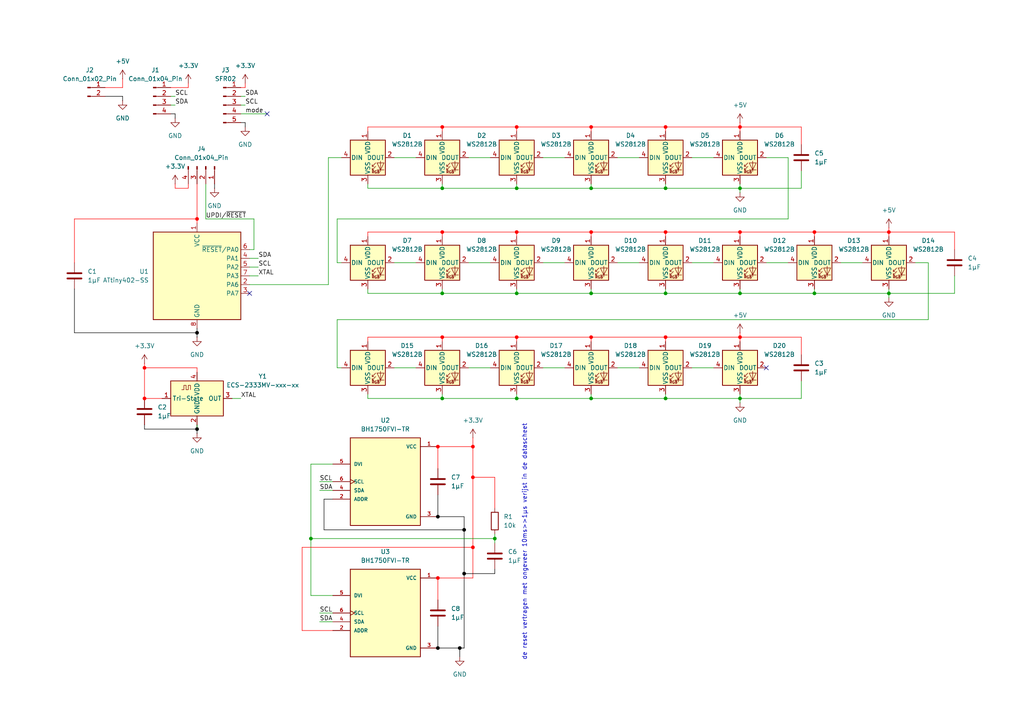
<source format=kicad_sch>
(kicad_sch (version 20250114) (generator "eeschema") (generator_version "9.0")
  (paper "A4")
  (lib_symbols
    (symbol "BH1750FVI-TR:BH1750FVI-TR" (pin_names (offset 1.016))
      (property "Reference" "U" (at -10.1737 13.462 0))
      (property "Value" "BH1750FVI-TR" (at -9.922 -15.24 0))
      (symbol "BH1750FVI-TR_0_0"
        (rectangle (start -10.16 -12.7) (end 10.16 12.7) (stroke (width 0.254)) (fill (type background)))
        (pin input line (at -15.24 5.08 0) (length 5.08) (name "DVI") (number "5"))
        (pin input clock (at -15.24 0 0) (length 5.08) (name "SCL") (number "6"))
        (pin bidirectional line (at -15.24 -2.54 0) (length 5.08) (name "SDA") (number "4"))
        (pin input line (at -15.24 -5.08 0) (length 5.08) (name "ADDR") (number "2"))
        (pin power_in line (at 15.24 10.16 180) (length 5.08) (name "VCC") (number "1"))
        (pin power_in line (at 15.24 -10.16 180) (length 5.08) (name "GND") (number "3"))
      )
    )
    (symbol "Connector:Conn_01x02_Pin" (pin_names (offset 1.016) (hide yes))
      (property "Reference" "J" (at 0 2.54 0))
      (property "Value" "Conn_01x02_Pin" (at 0 -5.08 0))
      (symbol "Conn_01x02_Pin_1_1"
        (rectangle (start 0.8636 0.127) (end 0 -0.127) (stroke (width 0.1524)) (fill (type outline)))
        (rectangle (start 0.8636 -2.413) (end 0 -2.667) (stroke (width 0.1524)) (fill (type outline)))
        (polyline (pts (xy 1.27 0) (xy 0.8636 0)) (stroke (width 0.1524)))
        (polyline (pts (xy 1.27 -2.54) (xy 0.8636 -2.54)) (stroke (width 0.1524)))
        (pin passive line (at 5.08 0 180) (length 3.81) (name "Pin_1") (number "1"))
        (pin passive line (at 5.08 -2.54 180) (length 3.81) (name "Pin_2") (number "2"))
      )
    )
    (symbol "Connector:Conn_01x04_Pin" (pin_names (offset 1.016) (hide yes))
      (property "Reference" "J" (at 0 5.08 0))
      (property "Value" "Conn_01x04_Pin" (at 0 -7.62 0))
      (symbol "Conn_01x04_Pin_1_1"
        (rectangle (start 0.8636 2.667) (end 0 2.413) (stroke (width 0.1524)) (fill (type outline)))
        (rectangle (start 0.8636 0.127) (end 0 -0.127) (stroke (width 0.1524)) (fill (type outline)))
        (rectangle (start 0.8636 -2.413) (end 0 -2.667) (stroke (width 0.1524)) (fill (type outline)))
        (rectangle (start 0.8636 -4.953) (end 0 -5.207) (stroke (width 0.1524)) (fill (type outline)))
        (polyline (pts (xy 1.27 2.54) (xy 0.8636 2.54)) (stroke (width 0.1524)))
        (polyline (pts (xy 1.27 0) (xy 0.8636 0)) (stroke (width 0.1524)))
        (polyline (pts (xy 1.27 -2.54) (xy 0.8636 -2.54)) (stroke (width 0.1524)))
        (polyline (pts (xy 1.27 -5.08) (xy 0.8636 -5.08)) (stroke (width 0.1524)))
        (pin passive line (at 5.08 2.54 180) (length 3.81) (name "Pin_1") (number "1"))
        (pin passive line (at 5.08 0 180) (length 3.81) (name "Pin_2") (number "2"))
        (pin passive line (at 5.08 -2.54 180) (length 3.81) (name "Pin_3") (number "3"))
        (pin passive line (at 5.08 -5.08 180) (length 3.81) (name "Pin_4") (number "4"))
      )
    )
    (symbol "Connector:Conn_01x05_Pin" (pin_names (offset 1.016) (hide yes))
      (property "Reference" "J" (at 0 7.62 0))
      (property "Value" "Conn_01x05_Pin" (at 0 -7.62 0))
      (symbol "Conn_01x05_Pin_1_1"
        (rectangle (start 0.8636 5.207) (end 0 4.953) (stroke (width 0.1524)) (fill (type outline)))
        (rectangle (start 0.8636 2.667) (end 0 2.413) (stroke (width 0.1524)) (fill (type outline)))
        (rectangle (start 0.8636 0.127) (end 0 -0.127) (stroke (width 0.1524)) (fill (type outline)))
        (rectangle (start 0.8636 -2.413) (end 0 -2.667) (stroke (width 0.1524)) (fill (type outline)))
        (rectangle (start 0.8636 -4.953) (end 0 -5.207) (stroke (width 0.1524)) (fill (type outline)))
        (polyline (pts (xy 1.27 5.08) (xy 0.8636 5.08)) (stroke (width 0.1524)))
        (polyline (pts (xy 1.27 2.54) (xy 0.8636 2.54)) (stroke (width 0.1524)))
        (polyline (pts (xy 1.27 0) (xy 0.8636 0)) (stroke (width 0.1524)))
        (polyline (pts (xy 1.27 -2.54) (xy 0.8636 -2.54)) (stroke (width 0.1524)))
        (polyline (pts (xy 1.27 -5.08) (xy 0.8636 -5.08)) (stroke (width 0.1524)))
        (pin passive line (at 5.08 5.08 180) (length 3.81) (name "Pin_1") (number "1"))
        (pin passive line (at 5.08 2.54 180) (length 3.81) (name "Pin_2") (number "2"))
        (pin passive line (at 5.08 0 180) (length 3.81) (name "Pin_3") (number "3"))
        (pin passive line (at 5.08 -2.54 180) (length 3.81) (name "Pin_4") (number "4"))
        (pin passive line (at 5.08 -5.08 180) (length 3.81) (name "Pin_5") (number "5"))
      )
    )
    (symbol "Device:C" (pin_numbers (hide yes)) (pin_names (offset 0.254))
      (property "Reference" "C" (at 0.635 2.54 0))
      (property "Value" "C" (at 0.635 -2.54 0))
      (symbol "C_0_1"
        (polyline (pts (xy -2.032 0.762) (xy 2.032 0.762)) (stroke (width 0.508)))
        (polyline (pts (xy -2.032 -0.762) (xy 2.032 -0.762)) (stroke (width 0.508)))
      )
      (symbol "C_1_1"
        (pin passive line (at 0 3.81 270) (length 2.794) (name "~") (number "1"))
        (pin passive line (at 0 -3.81 90) (length 2.794) (name "~") (number "2"))
      )
    )
    (symbol "Device:R" (pin_numbers (hide yes)) (pin_names (offset 0))
      (property "Reference" "R" (at 2.032 0 90))
      (property "Value" "R" (at 0 0 90))
      (symbol "R_0_1"
        (rectangle (start -1.016 -2.54) (end 1.016 2.54) (stroke (width 0.254)))
      )
      (symbol "R_1_1"
        (pin passive line (at 0 3.81 270) (length 1.27) (name "~") (number "1"))
        (pin passive line (at 0 -3.81 90) (length 1.27) (name "~") (number "2"))
      )
    )
    (symbol "LED:WS2812B" (pin_names (offset 0.254))
      (property "Reference" "D" (at 5.08 5.715 0))
      (property "Value" "WS2812B" (at 1.27 -5.715 0))
      (symbol "WS2812B_0_0"
        (text "RGB" (at 2.286 -4.191 0) (effects (font (size 0.762 0.762))))
      )
      (symbol "WS2812B_0_1"
        (polyline (pts (xy 1.27 -2.54) (xy 1.778 -2.54)))
        (polyline (pts (xy 1.27 -3.556) (xy 1.778 -3.556)))
        (polyline (pts (xy 2.286 -1.524) (xy 1.27 -2.54) (xy 1.27 -2.032)))
        (polyline (pts (xy 2.286 -2.54) (xy 1.27 -3.556) (xy 1.27 -3.048)))
        (polyline (pts (xy 3.683 -1.016) (xy 3.683 -3.556) (xy 3.683 -4.064)))
        (polyline (pts (xy 4.699 -1.524) (xy 2.667 -1.524) (xy 3.683 -3.556) (xy 4.699 -1.524)))
        (polyline (pts (xy 4.699 -3.556) (xy 2.667 -3.556)))
        (rectangle (start 5.08 5.08) (end -5.08 -5.08) (stroke (width 0.254)) (fill (type background)))
      )
      (symbol "WS2812B_1_1"
        (pin input line (at -7.62 0 0) (length 2.54) (name "DIN") (number "4"))
        (pin power_in line (at 0 7.62 270) (length 2.54) (name "VDD") (number "1"))
        (pin power_in line (at 0 -7.62 90) (length 2.54) (name "VSS") (number "3"))
        (pin output line (at 7.62 0 180) (length 2.54) (name "DOUT") (number "2"))
      )
    )
    (symbol "MCU_Microchip_ATtiny:ATtiny202-SS"
      (property "Reference" "U" (at -12.7 13.97 0))
      (property "Value" "ATtiny202-SS" (at 2.54 -13.97 0))
      (symbol "ATtiny202-SS_0_1"
        (rectangle (start -12.7 -12.7) (end 12.7 12.7) (stroke (width 0.254)) (fill (type background)))
      )
      (symbol "ATtiny202-SS_1_1"
        (pin power_in line (at 0 15.24 270) (length 2.54) (name "VCC") (number "1"))
        (pin power_in line (at 0 -15.24 90) (length 2.54) (name "GND") (number "8"))
        (pin bidirectional line (at 15.24 7.62 180) (length 2.54) (name "~{RESET}/PA0") (number "6"))
        (pin bidirectional line (at 15.24 5.08 180) (length 2.54) (name "PA1") (number "4"))
        (pin bidirectional line (at 15.24 2.54 180) (length 2.54) (name "PA2") (number "5"))
        (pin bidirectional line (at 15.24 0 180) (length 2.54) (name "PA3") (number "7"))
        (pin bidirectional line (at 15.24 -2.54 180) (length 2.54) (name "PA6") (number "2"))
        (pin bidirectional line (at 15.24 -5.08 180) (length 2.54) (name "PA7") (number "3"))
      )
    )
    (symbol "power:+3.3V" (power) (pin_numbers (hide yes)) (pin_names (offset 0) (hide yes))
      (property "Value" "+3.3V" (at 0 3.556 0))
      (symbol "+3.3V_0_1"
        (polyline (pts (xy -0.762 1.27) (xy 0 2.54)))
        (polyline (pts (xy 0 2.54) (xy 0.762 1.27)))
        (polyline (pts (xy 0 0) (xy 0 2.54)))
      )
      (symbol "+3.3V_1_1"
        (pin power_in line (at 0 0 90) (length 0) (name "~") (number "1"))
      )
    )
    (symbol "power:+5V" (power) (pin_numbers (hide yes)) (pin_names (offset 0) (hide yes))
      (property "Value" "+5V" (at 0 3.556 0))
      (symbol "+5V_0_1"
        (polyline (pts (xy -0.762 1.27) (xy 0 2.54)))
        (polyline (pts (xy 0 2.54) (xy 0.762 1.27)))
        (polyline (pts (xy 0 0) (xy 0 2.54)))
      )
      (symbol "+5V_1_1"
        (pin power_in line (at 0 0 90) (length 0) (name "~") (number "1"))
      )
    )
    (symbol "power:GND" (power) (pin_numbers (hide yes)) (pin_names (offset 0) (hide yes))
      (property "Value" "GND" (at 0 -3.81 0))
      (symbol "GND_0_1"
        (polyline (pts (xy 0 0) (xy 0 -1.27) (xy 1.27 -1.27) (xy 0 -2.54) (xy -1.27 -1.27) (xy 0 -1.27)))
      )
      (symbol "GND_1_1"
        (pin power_in line (at 0 0 270) (length 0) (name "~") (number "1"))
      )
    )
    (symbol "robot:ECS-2333MV-xxx-xx"
      (property "Reference" "Y" (at -5.08 6.35 0))
      (property "Value" "ECS-2333MV-xxx-xx" (at 1.27 -6.35 0))
      (symbol "ECS-2333MV-xxx-xx_0_1"
        (rectangle (start -7.62 5.08) (end 7.62 -5.08) (stroke (width 0.254)) (fill (type background)))
        (polyline (pts (xy -4.445 2.54) (xy -3.81 2.54) (xy -3.81 3.81) (xy -3.175 3.81) (xy -3.175 2.54) (xy -2.54 2.54) (xy -2.54 3.81) (xy -1.905 3.81) (xy -1.905 2.54)))
      )
      (symbol "ECS-2333MV-xxx-xx_1_1"
        (pin input line (at -10.16 0 0) (length 2.54) (name "Tri-State") (number "1"))
        (pin power_in line (at 0 7.62 270) (length 2.54) (name "VDD") (number "4"))
        (pin power_in line (at 0 -7.62 90) (length 2.54) (name "GND") (number "2"))
        (pin output line (at 10.16 0 180) (length 2.54) (name "OUT") (number "3"))
      )
    )
  )
  (text "de reset vertragen met ongeveer 10ms>>1µs verijst in de datascheet" (at 152.146 157.226 90) (effects (font (size 1.27 1.27))))
  (junction (at 214.63 85.09))
  (junction (at 128.27 115.57))
  (junction (at 127 129.54) (color 255 0 0 1))
  (junction (at 193.04 85.09))
  (junction (at 128.27 54.61))
  (junction (at 214.63 97.79) (color 255 0 0 1))
  (junction (at 90.17 156.21))
  (junction (at 57.15 124.46) (color 0 0 0 1))
  (junction (at 137.16 129.54) (color 255 0 0 1))
  (junction (at 57.15 96.52) (color 0 0 0 1))
  (junction (at 257.81 67.31) (color 255 0 0 1))
  (junction (at 171.45 85.09))
  (junction (at 236.22 85.09))
  (junction (at 171.45 97.79) (color 255 0 0 1))
  (junction (at 193.04 54.61))
  (junction (at 137.16 138.43) (color 255 0 0 1))
  (junction (at 149.86 97.79) (color 255 0 0 1))
  (junction (at 128.27 36.83) (color 255 0 0 1))
  (junction (at 41.91 106.68) (color 255 0 0 1))
  (junction (at 193.04 97.79) (color 255 0 0 1))
  (junction (at 127 167.64) (color 255 0 0 1))
  (junction (at 127 187.96) (color 0 0 0 1))
  (junction (at 171.45 54.61))
  (junction (at 149.86 85.09))
  (junction (at 128.27 67.31) (color 255 0 0 1))
  (junction (at 171.45 36.83) (color 255 0 0 1))
  (junction (at 57.15 63.5) (color 255 0 0 1))
  (junction (at 137.16 158.75) (color 255 0 0 1))
  (junction (at 149.86 115.57))
  (junction (at 41.91 115.57) (color 255 0 0 1))
  (junction (at 134.62 153.67) (color 0 0 0 1))
  (junction (at 149.86 54.61))
  (junction (at 133.35 187.96) (color 0 0 0 1))
  (junction (at 193.04 36.83) (color 255 0 0 1))
  (junction (at 193.04 67.31) (color 255 0 0 1))
  (junction (at 214.63 115.57))
  (junction (at 193.04 115.57))
  (junction (at 214.63 36.83) (color 255 0 0 1))
  (junction (at 127 149.86) (color 0 0 0 1))
  (junction (at 214.63 54.61))
  (junction (at 171.45 67.31) (color 255 0 0 1))
  (junction (at 236.22 67.31) (color 255 0 0 1))
  (junction (at 257.81 85.09))
  (junction (at 134.62 166.37) (color 0 0 0 1))
  (junction (at 149.86 36.83) (color 255 0 0 1))
  (junction (at 149.86 67.31) (color 255 0 0 1))
  (junction (at 214.63 67.31) (color 255 0 0 1))
  (junction (at 143.51 156.21))
  (junction (at 171.45 115.57))
  (junction (at 128.27 97.79) (color 255 0 0 1))
  (junction (at 128.27 85.09))
  (no_connect (at 222.25 106.68))
  (no_connect (at 72.39 85.09))
  (no_connect (at 77.47 33.02))
  (wire (pts (xy 127 149.86) (xy 134.62 149.86)) (stroke (width 0) (color 0 0 0 1)))
  (wire (pts (xy 41.91 124.46) (xy 57.15 124.46)) (stroke (width 0) (color 0 0 0 1)))
  (wire (pts (xy 137.16 138.43) (xy 143.51 138.43)) (stroke (width 0) (color 255 0 0 1)))
  (wire (pts (xy 171.45 114.3) (xy 171.45 115.57)))
  (wire (pts (xy 214.63 54.61) (xy 232.41 54.61)))
  (wire (pts (xy 214.63 36.83) (xy 193.04 36.83)) (stroke (width 0) (color 255 0 0 1)))
  (wire (pts (xy 143.51 138.43) (xy 143.51 147.32)) (stroke (width 0) (color 255 0 0 1)))
  (wire (pts (xy 106.68 97.79) (xy 128.27 97.79)) (stroke (width 0) (color 255 0 0 1)))
  (wire (pts (xy 114.3 76.2) (xy 120.65 76.2)))
  (wire (pts (xy 193.04 97.79) (xy 214.63 97.79)) (stroke (width 0) (color 255 0 0 1)))
  (wire (pts (xy 92.71 142.24) (xy 96.52 142.24)))
  (wire (pts (xy 106.68 36.83) (xy 106.68 38.1)) (stroke (width 0) (color 255 0 0 1)))
  (wire (pts (xy 49.53 33.02) (xy 50.8 33.02)) (stroke (width 0) (color 0 0 0 1)))
  (wire (pts (xy 59.69 53.34) (xy 59.69 63.5)))
  (wire (pts (xy 157.48 76.2) (xy 163.83 76.2)))
  (wire (pts (xy 128.27 36.83) (xy 128.27 38.1)) (stroke (width 0) (color 255 0 0 1)))
  (wire (pts (xy 149.86 36.83) (xy 149.86 38.1)) (stroke (width 0) (color 255 0 0 1)))
  (wire (pts (xy 137.16 138.43) (xy 137.16 129.54)) (stroke (width 0) (color 255 0 0 1)))
  (wire (pts (xy 135.89 76.2) (xy 142.24 76.2)))
  (wire (pts (xy 106.68 54.61) (xy 128.27 54.61)))
  (wire (pts (xy 72.39 80.01) (xy 74.93 80.01)))
  (wire (pts (xy 276.86 72.39) (xy 276.86 67.31)) (stroke (width 0) (color 255 0 0 1)))
  (wire (pts (xy 72.39 74.93) (xy 74.93 74.93)))
  (wire (pts (xy 214.63 114.3) (xy 214.63 115.57)))
  (wire (pts (xy 41.91 105.41) (xy 41.91 106.68)) (stroke (width 0) (color 255 0 0 1)))
  (wire (pts (xy 92.71 139.7) (xy 96.52 139.7)))
  (wire (pts (xy 193.04 114.3) (xy 193.04 115.57)))
  (wire (pts (xy 214.63 36.83) (xy 232.41 36.83)) (stroke (width 0) (color 255 0 0 1)))
  (wire (pts (xy 149.86 54.61) (xy 171.45 54.61)))
  (wire (pts (xy 232.41 110.49) (xy 232.41 115.57)))
  (wire (pts (xy 57.15 63.5) (xy 57.15 64.77)) (stroke (width 0) (color 255 0 0 1)))
  (wire (pts (xy 128.27 97.79) (xy 149.86 97.79)) (stroke (width 0) (color 255 0 0 1)))
  (wire (pts (xy 171.45 85.09) (xy 193.04 85.09)))
  (wire (pts (xy 57.15 124.46) (xy 57.15 123.19)) (stroke (width 0) (color 0 0 0 1)))
  (wire (pts (xy 69.85 33.02) (xy 77.47 33.02)))
  (wire (pts (xy 134.62 187.96) (xy 133.35 187.96)) (stroke (width 0) (color 0 0 0 1)))
  (wire (pts (xy 171.45 53.34) (xy 171.45 54.61)))
  (wire (pts (xy 179.07 76.2) (xy 185.42 76.2)))
  (wire (pts (xy 96.52 172.72) (xy 90.17 172.72)))
  (wire (pts (xy 214.63 85.09) (xy 236.22 85.09)))
  (wire (pts (xy 171.45 83.82) (xy 171.45 85.09)))
  (wire (pts (xy 137.16 158.75) (xy 137.16 138.43)) (stroke (width 0) (color 255 0 0 1)))
  (wire (pts (xy 232.41 102.87) (xy 232.41 97.79)) (stroke (width 0) (color 255 0 0 1)))
  (wire (pts (xy 90.17 172.72) (xy 90.17 156.21)))
  (wire (pts (xy 269.24 76.2) (xy 265.43 76.2)))
  (wire (pts (xy 228.6 45.72) (xy 222.25 45.72)))
  (wire (pts (xy 236.22 67.31) (xy 257.81 67.31)) (stroke (width 0) (color 255 0 0 1)))
  (wire (pts (xy 69.85 35.56) (xy 71.12 35.56)) (stroke (width 0) (color 0 0 0 1)))
  (wire (pts (xy 214.63 97.79) (xy 214.63 99.06)) (stroke (width 0) (color 255 0 0 1)))
  (wire (pts (xy 57.15 95.25) (xy 57.15 96.52)) (stroke (width 0) (color 0 0 0 1)))
  (wire (pts (xy 269.24 92.71) (xy 269.24 76.2)))
  (wire (pts (xy 128.27 36.83) (xy 106.68 36.83)) (stroke (width 0) (color 255 0 0 1)))
  (wire (pts (xy 114.3 106.68) (xy 120.65 106.68)))
  (wire (pts (xy 157.48 106.68) (xy 163.83 106.68)))
  (wire (pts (xy 90.17 134.62) (xy 90.17 156.21)))
  (wire (pts (xy 214.63 53.34) (xy 214.63 54.61)))
  (wire (pts (xy 171.45 67.31) (xy 193.04 67.31)) (stroke (width 0) (color 255 0 0 1)))
  (wire (pts (xy 179.07 45.72) (xy 185.42 45.72)))
  (wire (pts (xy 214.63 38.1) (xy 214.63 36.83)) (stroke (width 0) (color 255 0 0 1)))
  (wire (pts (xy 134.62 166.37) (xy 134.62 187.96)) (stroke (width 0) (color 0 0 0 1)))
  (wire (pts (xy 149.86 67.31) (xy 171.45 67.31)) (stroke (width 0) (color 255 0 0 1)))
  (wire (pts (xy 73.66 63.5) (xy 59.69 63.5)))
  (wire (pts (xy 41.91 115.57) (xy 46.99 115.57)) (stroke (width 0) (color 255 0 0 1)))
  (wire (pts (xy 200.66 106.68) (xy 207.01 106.68)))
  (wire (pts (xy 143.51 154.94) (xy 143.51 156.21)))
  (wire (pts (xy 171.45 36.83) (xy 149.86 36.83)) (stroke (width 0) (color 255 0 0 1)))
  (wire (pts (xy 93.98 144.78) (xy 93.98 153.67)) (stroke (width 0) (color 0 0 0 1)))
  (wire (pts (xy 41.91 124.46) (xy 41.91 123.19)) (stroke (width 0) (color 0 0 0 1)))
  (wire (pts (xy 214.63 83.82) (xy 214.63 85.09)))
  (wire (pts (xy 50.8 33.02) (xy 50.8 34.29)) (stroke (width 0) (color 0 0 0 1)))
  (wire (pts (xy 87.63 158.75) (xy 137.16 158.75)) (stroke (width 0) (color 255 0 0 1)))
  (wire (pts (xy 143.51 157.48) (xy 143.51 156.21)))
  (wire (pts (xy 157.48 45.72) (xy 163.83 45.72)))
  (wire (pts (xy 171.45 54.61) (xy 193.04 54.61)))
  (wire (pts (xy 128.27 97.79) (xy 128.27 99.06)) (stroke (width 0) (color 255 0 0 1)))
  (wire (pts (xy 179.07 106.68) (xy 185.42 106.68)))
  (wire (pts (xy 193.04 97.79) (xy 193.04 99.06)) (stroke (width 0) (color 255 0 0 1)))
  (wire (pts (xy 97.79 92.71) (xy 269.24 92.71)))
  (wire (pts (xy 232.41 115.57) (xy 214.63 115.57)))
  (wire (pts (xy 93.98 153.67) (xy 134.62 153.67)) (stroke (width 0) (color 0 0 0 1)))
  (wire (pts (xy 106.68 115.57) (xy 106.68 114.3)))
  (wire (pts (xy 257.81 85.09) (xy 257.81 86.36)))
  (wire (pts (xy 149.86 97.79) (xy 149.86 99.06)) (stroke (width 0) (color 255 0 0 1)))
  (wire (pts (xy 57.15 124.46) (xy 57.15 125.73)) (stroke (width 0) (color 0 0 0 1)))
  (wire (pts (xy 57.15 106.68) (xy 57.15 107.95)) (stroke (width 0) (color 255 0 0 1)))
  (wire (pts (xy 87.63 182.88) (xy 87.63 158.75)) (stroke (width 0) (color 255 0 0 1)))
  (wire (pts (xy 127 167.64) (xy 127 173.99)) (stroke (width 0) (color 255 0 0 1)))
  (wire (pts (xy 214.63 97.79) (xy 214.63 96.52)) (stroke (width 0) (color 255 0 0 1)))
  (wire (pts (xy 54.61 25.4) (xy 54.61 24.13)) (stroke (width 0) (color 255 0 0 1)))
  (wire (pts (xy 114.3 45.72) (xy 120.65 45.72)))
  (wire (pts (xy 69.85 30.48) (xy 71.12 30.48)))
  (wire (pts (xy 69.85 25.4) (xy 71.12 25.4)) (stroke (width 0) (color 255 0 0 1)))
  (wire (pts (xy 134.62 149.86) (xy 134.62 153.67)) (stroke (width 0) (color 0 0 0 1)))
  (wire (pts (xy 106.68 67.31) (xy 128.27 67.31)) (stroke (width 0) (color 255 0 0 1)))
  (wire (pts (xy 193.04 36.83) (xy 171.45 36.83)) (stroke (width 0) (color 255 0 0 1)))
  (wire (pts (xy 149.86 53.34) (xy 149.86 54.61)))
  (wire (pts (xy 128.27 54.61) (xy 149.86 54.61)))
  (wire (pts (xy 214.63 67.31) (xy 236.22 67.31)) (stroke (width 0) (color 255 0 0 1)))
  (wire (pts (xy 171.45 115.57) (xy 149.86 115.57)))
  (wire (pts (xy 149.86 85.09) (xy 171.45 85.09)))
  (wire (pts (xy 21.59 83.82) (xy 21.59 96.52)) (stroke (width 0) (color 0 0 0 1)))
  (wire (pts (xy 222.25 76.2) (xy 228.6 76.2)))
  (wire (pts (xy 106.68 85.09) (xy 128.27 85.09)))
  (wire (pts (xy 236.22 83.82) (xy 236.22 85.09)))
  (wire (pts (xy 96.52 144.78) (xy 93.98 144.78)) (stroke (width 0) (color 0 0 0 1)))
  (wire (pts (xy 257.81 67.31) (xy 276.86 67.31)) (stroke (width 0) (color 255 0 0 1)))
  (wire (pts (xy 72.39 82.55) (xy 95.25 82.55)))
  (wire (pts (xy 50.8 54.61) (xy 54.61 54.61)) (stroke (width 0) (color 255 0 0 1)))
  (wire (pts (xy 35.56 25.4) (xy 35.56 22.86)) (stroke (width 0) (color 255 0 0 1)))
  (wire (pts (xy 236.22 67.31) (xy 236.22 68.58)) (stroke (width 0) (color 255 0 0 1)))
  (wire (pts (xy 21.59 96.52) (xy 57.15 96.52)) (stroke (width 0) (color 0 0 0 1)))
  (wire (pts (xy 133.35 187.96) (xy 133.35 190.5)) (stroke (width 0) (color 0 0 0 1)))
  (wire (pts (xy 106.68 53.34) (xy 106.68 54.61)))
  (wire (pts (xy 128.27 67.31) (xy 128.27 68.58)) (stroke (width 0) (color 255 0 0 1)))
  (wire (pts (xy 97.79 76.2) (xy 97.79 63.5)))
  (wire (pts (xy 193.04 83.82) (xy 193.04 85.09)))
  (wire (pts (xy 92.71 180.34) (xy 96.52 180.34)))
  (wire (pts (xy 30.48 27.94) (xy 35.56 27.94)) (stroke (width 0) (color 0 0 0 1)))
  (wire (pts (xy 193.04 53.34) (xy 193.04 54.61)))
  (wire (pts (xy 257.81 66.04) (xy 257.81 67.31)) (stroke (width 0) (color 255 0 0 1)))
  (wire (pts (xy 193.04 67.31) (xy 193.04 68.58)) (stroke (width 0) (color 255 0 0 1)))
  (wire (pts (xy 49.53 27.94) (xy 50.8 27.94)))
  (wire (pts (xy 49.53 30.48) (xy 50.8 30.48)))
  (wire (pts (xy 50.8 53.34) (xy 50.8 54.61)) (stroke (width 0) (color 255 0 0 1)))
  (wire (pts (xy 135.89 45.72) (xy 142.24 45.72)))
  (wire (pts (xy 200.66 45.72) (xy 207.01 45.72)))
  (wire (pts (xy 127 167.64) (xy 137.16 167.64)) (stroke (width 0) (color 255 0 0 1)))
  (wire (pts (xy 49.53 25.4) (xy 54.61 25.4)) (stroke (width 0) (color 255 0 0 1)))
  (wire (pts (xy 243.84 76.2) (xy 250.19 76.2)))
  (wire (pts (xy 232.41 41.91) (xy 232.41 36.83)) (stroke (width 0) (color 255 0 0 1)))
  (wire (pts (xy 149.86 97.79) (xy 171.45 97.79)) (stroke (width 0) (color 255 0 0 1)))
  (wire (pts (xy 96.52 134.62) (xy 90.17 134.62)))
  (wire (pts (xy 106.68 83.82) (xy 106.68 85.09)))
  (wire (pts (xy 128.27 85.09) (xy 149.86 85.09)))
  (wire (pts (xy 62.23 53.34) (xy 62.23 54.61)) (stroke (width 0) (color 0 0 0 1)))
  (wire (pts (xy 90.17 156.21) (xy 143.51 156.21)))
  (wire (pts (xy 257.81 67.31) (xy 257.81 68.58)) (stroke (width 0) (color 255 0 0 1)))
  (wire (pts (xy 57.15 53.34) (xy 57.15 63.5)) (stroke (width 0) (color 255 0 0 1)))
  (wire (pts (xy 276.86 85.09) (xy 276.86 80.01)))
  (wire (pts (xy 127 135.89) (xy 127 129.54)) (stroke (width 0) (color 255 0 0 1)))
  (wire (pts (xy 30.48 25.4) (xy 35.56 25.4)) (stroke (width 0) (color 255 0 0 1)))
  (wire (pts (xy 193.04 67.31) (xy 214.63 67.31)) (stroke (width 0) (color 255 0 0 1)))
  (wire (pts (xy 236.22 85.09) (xy 257.81 85.09)))
  (wire (pts (xy 72.39 77.47) (xy 74.93 77.47)))
  (wire (pts (xy 193.04 115.57) (xy 171.45 115.57)))
  (wire (pts (xy 127 143.51) (xy 127 149.86)) (stroke (width 0) (color 0 0 0 1)))
  (wire (pts (xy 106.68 99.06) (xy 106.68 97.79)) (stroke (width 0) (color 255 0 0 1)))
  (wire (pts (xy 149.86 83.82) (xy 149.86 85.09)))
  (wire (pts (xy 99.06 76.2) (xy 97.79 76.2)))
  (wire (pts (xy 128.27 83.82) (xy 128.27 85.09)))
  (wire (pts (xy 95.25 45.72) (xy 99.06 45.72)))
  (wire (pts (xy 97.79 63.5) (xy 228.6 63.5)))
  (wire (pts (xy 257.81 85.09) (xy 276.86 85.09)))
  (wire (pts (xy 71.12 35.56) (xy 71.12 36.83)) (stroke (width 0) (color 0 0 0 1)))
  (wire (pts (xy 57.15 96.52) (xy 57.15 97.79)) (stroke (width 0) (color 0 0 0 1)))
  (wire (pts (xy 97.79 92.71) (xy 97.79 106.68)))
  (wire (pts (xy 73.66 63.5) (xy 73.66 72.39)))
  (wire (pts (xy 171.45 67.31) (xy 171.45 68.58)) (stroke (width 0) (color 255 0 0 1)))
  (wire (pts (xy 137.16 129.54) (xy 137.16 127)) (stroke (width 0) (color 255 0 0 1)))
  (wire (pts (xy 193.04 85.09) (xy 214.63 85.09)))
  (wire (pts (xy 200.66 76.2) (xy 207.01 76.2)))
  (wire (pts (xy 214.63 35.56) (xy 214.63 36.83)) (stroke (width 0) (color 255 0 0 1)))
  (wire (pts (xy 193.04 54.61) (xy 214.63 54.61)))
  (wire (pts (xy 149.86 67.31) (xy 149.86 68.58)) (stroke (width 0) (color 255 0 0 1)))
  (wire (pts (xy 232.41 97.79) (xy 214.63 97.79)) (stroke (width 0) (color 255 0 0 1)))
  (wire (pts (xy 67.31 115.57) (xy 69.85 115.57)))
  (wire (pts (xy 128.27 67.31) (xy 149.86 67.31)) (stroke (width 0) (color 255 0 0 1)))
  (wire (pts (xy 127 181.61) (xy 127 187.96)) (stroke (width 0) (color 0 0 0 1)))
  (wire (pts (xy 214.63 67.31) (xy 214.63 68.58)) (stroke (width 0) (color 255 0 0 1)))
  (wire (pts (xy 106.68 68.58) (xy 106.68 67.31)) (stroke (width 0) (color 255 0 0 1)))
  (wire (pts (xy 21.59 63.5) (xy 57.15 63.5)) (stroke (width 0) (color 255 0 0 1)))
  (wire (pts (xy 149.86 36.83) (xy 128.27 36.83)) (stroke (width 0) (color 255 0 0 1)))
  (wire (pts (xy 127 187.96) (xy 133.35 187.96)) (stroke (width 0) (color 0 0 0 1)))
  (wire (pts (xy 128.27 114.3) (xy 128.27 115.57)))
  (wire (pts (xy 73.66 72.39) (xy 72.39 72.39)))
  (wire (pts (xy 214.63 54.61) (xy 214.63 55.88)))
  (wire (pts (xy 137.16 129.54) (xy 127 129.54)) (stroke (width 0) (color 255 0 0 1)))
  (wire (pts (xy 69.85 27.94) (xy 71.12 27.94)))
  (wire (pts (xy 21.59 63.5) (xy 21.59 76.2)) (stroke (width 0) (color 255 0 0 1)))
  (wire (pts (xy 214.63 115.57) (xy 214.63 116.84)))
  (wire (pts (xy 95.25 82.55) (xy 95.25 45.72)))
  (wire (pts (xy 134.62 153.67) (xy 134.62 166.37)) (stroke (width 0) (color 0 0 0 1)))
  (wire (pts (xy 57.15 106.68) (xy 41.91 106.68)) (stroke (width 0) (color 255 0 0 1)))
  (wire (pts (xy 232.41 54.61) (xy 232.41 49.53)))
  (wire (pts (xy 171.45 36.83) (xy 171.45 38.1)) (stroke (width 0) (color 255 0 0 1)))
  (wire (pts (xy 41.91 106.68) (xy 41.91 115.57)) (stroke (width 0) (color 255 0 0 1)))
  (wire (pts (xy 92.71 177.8) (xy 96.52 177.8)))
  (wire (pts (xy 214.63 115.57) (xy 193.04 115.57)))
  (wire (pts (xy 97.79 106.68) (xy 99.06 106.68)))
  (wire (pts (xy 134.62 166.37) (xy 143.51 166.37)) (stroke (width 0) (color 0 0 0 1)))
  (wire (pts (xy 149.86 114.3) (xy 149.86 115.57)))
  (wire (pts (xy 171.45 97.79) (xy 193.04 97.79)) (stroke (width 0) (color 255 0 0 1)))
  (wire (pts (xy 57.15 124.46) (xy 57.15 123.19)))
  (wire (pts (xy 71.12 25.4) (xy 71.12 24.13)) (stroke (width 0) (color 255 0 0 1)))
  (wire (pts (xy 135.89 106.68) (xy 142.24 106.68)))
  (wire (pts (xy 149.86 115.57) (xy 128.27 115.57)))
  (wire (pts (xy 257.81 83.82) (xy 257.81 85.09)))
  (wire (pts (xy 128.27 53.34) (xy 128.27 54.61)))
  (wire (pts (xy 171.45 97.79) (xy 171.45 99.06)) (stroke (width 0) (color 255 0 0 1)))
  (wire (pts (xy 137.16 167.64) (xy 137.16 158.75)) (stroke (width 0) (color 255 0 0 1)))
  (wire (pts (xy 193.04 36.83) (xy 193.04 38.1)) (stroke (width 0) (color 255 0 0 1)))
  (wire (pts (xy 128.27 115.57) (xy 106.68 115.57)))
  (wire (pts (xy 228.6 45.72) (xy 228.6 63.5)))
  (wire (pts (xy 54.61 54.61) (xy 54.61 53.34)) (stroke (width 0) (color 255 0 0 1)))
  (wire (pts (xy 96.52 182.88) (xy 87.63 182.88)) (stroke (width 0) (color 255 0 0 1)))
  (wire (pts (xy 35.56 27.94) (xy 35.56 29.21)) (stroke (width 0) (color 0 0 0 1)))
  (wire (pts (xy 143.51 166.37) (xy 143.51 165.1)) (stroke (width 0) (color 0 0 0 1)))
  (label "UPDI{slash}~{RESET}" (at 59.69 63.5 0))
  (label "SDA" (at 71.12 27.94 0))
  (label "SCL" (at 92.71 139.7 0))
  (label "SCL" (at 71.12 30.48 0))
  (label "SDA" (at 92.71 180.34 0))
  (label "SDA" (at 92.71 142.24 0))
  (label "mode" (at 71.12 33.02 0))
  (label "SDA" (at 74.93 74.93 0))
  (label "XTAL" (at 74.93 80.01 0))
  (label "SCL" (at 92.71 177.8 0))
  (label "SCL" (at 50.8 27.94 0))
  (label "XTAL" (at 69.85 115.57 0))
  (label "SCL" (at 74.93 77.47 0))
  (label "SDA" (at 50.8 30.48 0))
  (symbol (lib_id "Connector:Conn_01x02_Pin") (at 25.4 25.4 0) (unit 1)
    (property "Reference" "J2" (at 26.035 20.32 0))
    (property "Value" "Conn_01x02_Pin" (at 26.035 22.86 0))
    (property "Description" "Generic connector, single row, 01x02, script generated" (effects (hide yes)))
  )
  (symbol (lib_id "power:GND") (at 71.12 36.83 0) (unit 1)
    (property "Reference" "#PWR015" (effects (hide yes)))
    (property "Value" "GND" (at 71.12 41.91 0))
    (property "Description" "Power symbol creates a global label with name \"GND\" , ground" (effects (hide yes)))
  )
  (symbol (lib_id "Device:C") (at 276.86 76.2 0) (unit 1)
    (property "Reference" "C4" (at 280.67 74.9299 0) (effects (justify left)))
    (property "Value" "1µF" (at 280.67 77.4699 0) (effects (justify left)))
    (property "Description" "Unpolarized capacitor" (effects (hide yes)))
  )
  (symbol (lib_id "power:GND") (at 133.35 190.5 0) (unit 1)
    (property "Reference" "#PWR019" (effects (hide yes)))
    (property "Value" "GND" (at 133.35 195.58 0))
    (property "Description" "Power symbol creates a global label with name \"GND\" , ground" (effects (hide yes)))
  )
  (symbol (lib_id "LED:WS2812B") (at 149.86 76.2 0) (unit 1)
    (property "Reference" "D9" (at 161.29 69.7798 0))
    (property "Value" "WS2812B" (at 161.29 72.3198 0))
    (property "Footprint" "LED_SMD:LED_WS2812B_PLCC4_5.0x5.0mm_P3.2mm" (effects (hide yes)))
    (property "Datasheet" "https://cdn-shop.adafruit.com/datasheets/WS2812B.pdf" (effects (hide yes)))
    (property "Description" "RGB LED with integrated controller" (effects (hide yes)))
  )
  (symbol (lib_id "power:GND") (at 50.8 34.29 0) (unit 1)
    (property "Reference" "#PWR01" (effects (hide yes)))
    (property "Value" "GND" (at 50.8 39.37 0))
    (property "Description" "Power symbol creates a global label with name \"GND\" , ground" (effects (hide yes)))
  )
  (symbol (lib_id "power:+5V") (at 214.63 35.56 0) (unit 1)
    (property "Reference" "#PWR03" (effects (hide yes)))
    (property "Value" "+5V" (at 214.63 30.48 0))
    (property "Description" "Power symbol creates a global label with name \"+5V\"" (effects (hide yes)))
  )
  (symbol (lib_id "LED:WS2812B") (at 106.68 106.68 0) (unit 1)
    (property "Reference" "D15" (at 118.11 100.2598 0))
    (property "Value" "WS2812B" (at 118.11 102.7998 0))
    (property "Footprint" "LED_SMD:LED_WS2812B_PLCC4_5.0x5.0mm_P3.2mm" (effects (hide yes)))
    (property "Datasheet" "https://cdn-shop.adafruit.com/datasheets/WS2812B.pdf" (effects (hide yes)))
    (property "Description" "RGB LED with integrated controller" (effects (hide yes)))
  )
  (symbol (lib_id "robot:ECS-2333MV-xxx-xx") (at 57.15 115.57 0) (unit 1)
    (property "Reference" "Y1" (at 76.2 109.1498 0))
    (property "Value" "ECS-2333MV-xxx-xx" (at 76.2 111.6898 0))
    (property "Footprint" "Oscillator:Oscillator_SMD_ECS_2333MV-xxx-xx-4Pin_2.5x3.2mm" (effects (hide yes)))
    (property "Datasheet" "https://www.mouser.be/datasheet/2/122/ecs_2325_2333-8384.pdf" (effects (hide yes)))
    (property "Description" "CMOS Crystal Clock Oscillator, 2.5x3.2 mm SMD" (effects (hide yes)))
  )
  (symbol (lib_id "LED:WS2812B") (at 171.45 106.68 0) (unit 1)
    (property "Reference" "D18" (at 182.88 100.2598 0))
    (property "Value" "WS2812B" (at 182.88 102.7998 0))
    (property "Footprint" "LED_SMD:LED_WS2812B_PLCC4_5.0x5.0mm_P3.2mm" (effects (hide yes)))
    (property "Datasheet" "https://cdn-shop.adafruit.com/datasheets/WS2812B.pdf" (effects (hide yes)))
    (property "Description" "RGB LED with integrated controller" (effects (hide yes)))
  )
  (symbol (lib_id "Device:C") (at 21.59 80.01 0) (unit 1)
    (property "Reference" "C1" (at 25.4 78.7399 0) (effects (justify left)))
    (property "Value" "1µF" (at 25.4 81.2799 0) (effects (justify left)))
    (property "Description" "Unpolarized capacitor" (effects (hide yes)))
  )
  (symbol (lib_id "Connector:Conn_01x04_Pin") (at 44.45 27.94 0) (unit 1)
    (property "Reference" "J1" (at 45.085 20.32 0))
    (property "Value" "Conn_01x04_Pin" (at 45.085 22.86 0))
    (property "Description" "Generic connector, single row, 01x04, script generated" (effects (hide yes)))
  )
  (symbol (lib_id "power:+5V") (at 35.56 22.86 0) (unit 1)
    (property "Reference" "#PWR06" (effects (hide yes)))
    (property "Value" "+5V" (at 35.56 17.78 0))
    (property "Description" "Power symbol creates a global label with name \"+5V\"" (effects (hide yes)))
  )
  (symbol (lib_id "power:GND") (at 35.56 29.21 0) (unit 1)
    (property "Reference" "#PWR09" (effects (hide yes)))
    (property "Value" "GND" (at 35.56 34.29 0))
    (property "Description" "Power symbol creates a global label with name \"GND\" , ground" (effects (hide yes)))
  )
  (symbol (lib_id "LED:WS2812B") (at 128.27 106.68 0) (unit 1)
    (property "Reference" "D16" (at 139.7 100.2598 0))
    (property "Value" "WS2812B" (at 139.7 102.7998 0))
    (property "Footprint" "LED_SMD:LED_WS2812B_PLCC4_5.0x5.0mm_P3.2mm" (effects (hide yes)))
    (property "Datasheet" "https://cdn-shop.adafruit.com/datasheets/WS2812B.pdf" (effects (hide yes)))
    (property "Description" "RGB LED with integrated controller" (effects (hide yes)))
  )
  (symbol (lib_id "LED:WS2812B") (at 171.45 76.2 0) (unit 1)
    (property "Reference" "D10" (at 182.88 69.7798 0))
    (property "Value" "WS2812B" (at 182.88 72.3198 0))
    (property "Footprint" "LED_SMD:LED_WS2812B_PLCC4_5.0x5.0mm_P3.2mm" (effects (hide yes)))
    (property "Datasheet" "https://cdn-shop.adafruit.com/datasheets/WS2812B.pdf" (effects (hide yes)))
    (property "Description" "RGB LED with integrated controller" (effects (hide yes)))
  )
  (symbol (lib_id "BH1750FVI-TR:BH1750FVI-TR") (at 111.76 139.7 0) (unit 1)
    (property "Reference" "U2" (at 111.76 121.92 0))
    (property "Value" "BH1750FVI-TR" (at 111.76 124.46 0))
    (property "Footprint" "BH1750FVI-TR:XDCR_BH1750FVI-TR" (effects (hide yes)))
    (property "MF" "Rohm" (effects (hide yes)))
    (property "MAXIMUM_PACKAGE_HEIGHT" "0.75mm" (effects (hide yes)))
    (property "Package" "SMD-6 ROHM Semiconductor" (effects (hide yes)))
    (property "Price" "None" (effects (hide yes)))
    (property "Check_prices" "https://www.snapeda.com/parts/BH1750FVI-TR/Rohm/view-part/?ref=eda" (effects (hide yes)))
    (property "STANDARD" "Manufacturer recommendations" (effects (hide yes)))
    (property "PARTREV" "D" (effects (hide yes)))
    (property "SnapEDA_Link" "https://www.snapeda.com/parts/BH1750FVI-TR/Rohm/view-part/?ref=snap" (effects (hide yes)))
    (property "MP" "BH1750FVI-TR" (effects (hide yes)))
    (property "Description_1" "Optical Sensor Ambient 560nm I2C 6-SMD, Flat Lead Exposed Pad" (effects (hide yes)))
    (property "Availability" "In Stock" (effects (hide yes)))
    (property "MANUFACTURER" "Rohm" (effects (hide yes)))
  )
  (symbol (lib_id "LED:WS2812B") (at 171.45 45.72 0) (unit 1)
    (property "Reference" "D4" (at 182.88 39.2998 0))
    (property "Value" "WS2812B" (at 182.88 41.8398 0))
    (property "Footprint" "LED_SMD:LED_WS2812B_PLCC4_5.0x5.0mm_P3.2mm" (effects (hide yes)))
    (property "Datasheet" "https://cdn-shop.adafruit.com/datasheets/WS2812B.pdf" (effects (hide yes)))
    (property "Description" "RGB LED with integrated controller" (effects (hide yes)))
  )
  (symbol (lib_id "BH1750FVI-TR:BH1750FVI-TR") (at 111.76 177.8 0) (unit 1)
    (property "Reference" "U3" (at 111.76 160.02 0))
    (property "Value" "BH1750FVI-TR" (at 111.76 162.56 0))
    (property "Footprint" "BH1750FVI-TR:XDCR_BH1750FVI-TR" (effects (hide yes)))
    (property "MF" "Rohm" (effects (hide yes)))
    (property "MAXIMUM_PACKAGE_HEIGHT" "0.75mm" (effects (hide yes)))
    (property "Package" "SMD-6 ROHM Semiconductor" (effects (hide yes)))
    (property "Price" "None" (effects (hide yes)))
    (property "Check_prices" "https://www.snapeda.com/parts/BH1750FVI-TR/Rohm/view-part/?ref=eda" (effects (hide yes)))
    (property "STANDARD" "Manufacturer recommendations" (effects (hide yes)))
    (property "PARTREV" "D" (effects (hide yes)))
    (property "SnapEDA_Link" "https://www.snapeda.com/parts/BH1750FVI-TR/Rohm/view-part/?ref=snap" (effects (hide yes)))
    (property "MP" "BH1750FVI-TR" (effects (hide yes)))
    (property "Description_1" "Optical Sensor Ambient 560nm I2C 6-SMD, Flat Lead Exposed Pad" (effects (hide yes)))
    (property "Availability" "In Stock" (effects (hide yes)))
    (property "MANUFACTURER" "Rohm" (effects (hide yes)))
  )
  (symbol (lib_id "LED:WS2812B") (at 128.27 76.2 0) (unit 1)
    (property "Reference" "D8" (at 139.7 69.7798 0))
    (property "Value" "WS2812B" (at 139.7 72.3198 0))
    (property "Footprint" "LED_SMD:LED_WS2812B_PLCC4_5.0x5.0mm_P3.2mm" (effects (hide yes)))
    (property "Datasheet" "https://cdn-shop.adafruit.com/datasheets/WS2812B.pdf" (effects (hide yes)))
    (property "Description" "RGB LED with integrated controller" (effects (hide yes)))
  )
  (symbol (lib_id "power:+3.3V") (at 137.16 127 0) (unit 1)
    (property "Reference" "#PWR018" (effects (hide yes)))
    (property "Value" "+3.3V" (at 137.16 121.92 0))
    (property "Description" "Power symbol creates a global label with name \"+3.3V\"" (effects (hide yes)))
  )
  (symbol (lib_id "Connector:Conn_01x04_Pin") (at 59.69 48.26 270) (unit 1)
    (property "Reference" "J4" (at 58.42 43.18 90))
    (property "Value" "Conn_01x04_Pin" (at 58.42 45.72 90))
    (property "Description" "Generic connector, single row, 01x04, script generated" (effects (hide yes)))
  )
  (symbol (lib_id "power:GND") (at 214.63 116.84 0) (unit 1)
    (property "Reference" "#PWR010" (effects (hide yes)))
    (property "Value" "GND" (at 214.63 121.92 0))
    (property "Description" "Power symbol creates a global label with name \"GND\" , ground" (effects (hide yes)))
  )
  (symbol (lib_id "LED:WS2812B") (at 193.04 76.2 0) (unit 1)
    (property "Reference" "D11" (at 204.47 69.7798 0))
    (property "Value" "WS2812B" (at 204.47 72.3198 0))
    (property "Footprint" "LED_SMD:LED_WS2812B_PLCC4_5.0x5.0mm_P3.2mm" (effects (hide yes)))
    (property "Datasheet" "https://cdn-shop.adafruit.com/datasheets/WS2812B.pdf" (effects (hide yes)))
    (property "Description" "RGB LED with integrated controller" (effects (hide yes)))
  )
  (symbol (lib_id "LED:WS2812B") (at 214.63 106.68 0) (unit 1)
    (property "Reference" "D20" (at 226.06 100.2598 0))
    (property "Value" "WS2812B" (at 226.06 102.7998 0))
    (property "Footprint" "LED_SMD:LED_WS2812B_PLCC4_5.0x5.0mm_P3.2mm" (effects (hide yes)))
    (property "Datasheet" "https://cdn-shop.adafruit.com/datasheets/WS2812B.pdf" (effects (hide yes)))
    (property "Description" "RGB LED with integrated controller" (effects (hide yes)))
  )
  (symbol (lib_id "LED:WS2812B") (at 214.63 45.72 0) (unit 1)
    (property "Reference" "D6" (at 226.06 39.2998 0))
    (property "Value" "WS2812B" (at 226.06 41.8398 0))
    (property "Footprint" "LED_SMD:LED_WS2812B_PLCC4_5.0x5.0mm_P3.2mm" (effects (hide yes)))
    (property "Datasheet" "https://cdn-shop.adafruit.com/datasheets/WS2812B.pdf" (effects (hide yes)))
    (property "Description" "RGB LED with integrated controller" (effects (hide yes)))
  )
  (symbol (lib_id "power:GND") (at 214.63 55.88 0) (unit 1)
    (property "Reference" "#PWR014" (effects (hide yes)))
    (property "Value" "GND" (at 214.63 60.96 0))
    (property "Description" "Power symbol creates a global label with name \"GND\" , ground" (effects (hide yes)))
  )
  (symbol (lib_id "Device:C") (at 127 177.8 0) (unit 1)
    (property "Reference" "C8" (at 130.81 176.5299 0) (effects (justify left)))
    (property "Value" "1µF" (at 130.81 179.0699 0) (effects (justify left)))
    (property "Description" "Unpolarized capacitor" (effects (hide yes)))
  )
  (symbol (lib_id "Device:C") (at 232.41 106.68 0) (unit 1)
    (property "Reference" "C3" (at 236.22 105.4099 0) (effects (justify left)))
    (property "Value" "1µF" (at 236.22 107.95 0) (effects (justify left)))
    (property "Description" "Unpolarized capacitor" (effects (hide yes)))
  )
  (symbol (lib_id "Device:C") (at 41.91 119.38 0) (unit 1)
    (property "Reference" "C2" (at 45.72 118.1099 0) (effects (justify left)))
    (property "Value" "1µF" (at 45.72 120.6499 0) (effects (justify left)))
    (property "Description" "Unpolarized capacitor" (effects (hide yes)))
  )
  (symbol (lib_id "LED:WS2812B") (at 193.04 45.72 0) (unit 1)
    (property "Reference" "D5" (at 204.47 39.2998 0))
    (property "Value" "WS2812B" (at 204.47 41.8398 0))
    (property "Footprint" "LED_SMD:LED_WS2812B_PLCC4_5.0x5.0mm_P3.2mm" (effects (hide yes)))
    (property "Datasheet" "https://cdn-shop.adafruit.com/datasheets/WS2812B.pdf" (effects (hide yes)))
    (property "Description" "RGB LED with integrated controller" (effects (hide yes)))
  )
  (symbol (lib_id "power:+3.3V") (at 54.61 24.13 0) (unit 1)
    (property "Reference" "#PWR02" (effects (hide yes)))
    (property "Value" "+3.3V" (at 54.61 19.05 0))
    (property "Description" "Power symbol creates a global label with name \"+3.3V\"" (effects (hide yes)))
  )
  (symbol (lib_id "LED:WS2812B") (at 257.81 76.2 0) (unit 1)
    (property "Reference" "D14" (at 269.24 69.7798 0))
    (property "Value" "WS2812B" (at 269.24 72.3198 0))
    (property "Footprint" "LED_SMD:LED_WS2812B_PLCC4_5.0x5.0mm_P3.2mm" (effects (hide yes)))
    (property "Datasheet" "https://cdn-shop.adafruit.com/datasheets/WS2812B.pdf" (effects (hide yes)))
    (property "Description" "RGB LED with integrated controller" (effects (hide yes)))
  )
  (symbol (lib_id "LED:WS2812B") (at 106.68 45.72 0) (unit 1)
    (property "Reference" "D1" (at 118.11 39.2998 0))
    (property "Value" "WS2812B" (at 118.11 41.8398 0))
    (property "Footprint" "LED_SMD:LED_WS2812B_PLCC4_5.0x5.0mm_P3.2mm" (effects (hide yes)))
    (property "Datasheet" "https://cdn-shop.adafruit.com/datasheets/WS2812B.pdf" (effects (hide yes)))
    (property "Description" "RGB LED with integrated controller" (effects (hide yes)))
  )
  (symbol (lib_id "Device:C") (at 232.41 45.72 0) (unit 1)
    (property "Reference" "C5" (at 236.22 44.4499 0) (effects (justify left)))
    (property "Value" "1µF" (at 236.22 46.9899 0) (effects (justify left)))
    (property "Description" "Unpolarized capacitor" (effects (hide yes)))
  )
  (symbol (lib_id "LED:WS2812B") (at 214.63 76.2 0) (unit 1)
    (property "Reference" "D12" (at 226.06 69.7798 0))
    (property "Value" "WS2812B" (at 226.06 72.3198 0))
    (property "Footprint" "LED_SMD:LED_WS2812B_PLCC4_5.0x5.0mm_P3.2mm" (effects (hide yes)))
    (property "Datasheet" "https://cdn-shop.adafruit.com/datasheets/WS2812B.pdf" (effects (hide yes)))
    (property "Description" "RGB LED with integrated controller" (effects (hide yes)))
  )
  (symbol (lib_id "power:+3.3V") (at 41.91 105.41 0) (unit 1)
    (property "Reference" "#PWR013" (effects (hide yes)))
    (property "Value" "+3.3V" (at 41.91 100.33 0))
    (property "Description" "Power symbol creates a global label with name \"+3.3V\"" (effects (hide yes)))
  )
  (symbol (lib_id "Connector:Conn_01x05_Pin") (at 64.77 30.48 0) (unit 1)
    (property "Reference" "J3" (at 65.405 20.32 0))
    (property "Value" "SFR02" (at 65.405 22.86 0))
    (property "Datasheet" "https://www.robot-electronics.co.uk/htm/srf02techI2C.htm" (effects (hide yes)))
    (property "Description" "Generic connector, single row, 01x05, script generated" (effects (hide yes)))
  )
  (symbol (lib_id "power:GND") (at 257.81 86.36 0) (unit 1)
    (property "Reference" "#PWR011" (effects (hide yes)))
    (property "Value" "GND" (at 257.81 91.44 0))
    (property "Description" "Power symbol creates a global label with name \"GND\" , ground" (effects (hide yes)))
  )
  (symbol (lib_id "power:GND") (at 57.15 97.79 0) (unit 1)
    (property "Reference" "#PWR08" (effects (hide yes)))
    (property "Value" "GND" (at 57.15 102.87 0))
    (property "Description" "Power symbol creates a global label with name \"GND\" , ground" (effects (hide yes)))
  )
  (symbol (lib_id "LED:WS2812B") (at 236.22 76.2 0) (unit 1)
    (property "Reference" "D13" (at 247.65 69.7798 0))
    (property "Value" "WS2812B" (at 247.65 72.3198 0))
    (property "Footprint" "LED_SMD:LED_WS2812B_PLCC4_5.0x5.0mm_P3.2mm" (effects (hide yes)))
    (property "Datasheet" "https://cdn-shop.adafruit.com/datasheets/WS2812B.pdf" (effects (hide yes)))
    (property "Description" "RGB LED with integrated controller" (effects (hide yes)))
  )
  (symbol (lib_id "power:GND") (at 57.15 125.73 0) (unit 1)
    (property "Reference" "#PWR012" (effects (hide yes)))
    (property "Value" "GND" (at 57.15 130.81 0))
    (property "Description" "Power symbol creates a global label with name \"GND\" , ground" (effects (hide yes)))
  )
  (symbol (lib_id "power:+5V") (at 214.63 96.52 0) (unit 1)
    (property "Reference" "#PWR05" (effects (hide yes)))
    (property "Value" "+5V" (at 214.63 91.44 0))
    (property "Description" "Power symbol creates a global label with name \"+5V\"" (effects (hide yes)))
  )
  (symbol (lib_id "LED:WS2812B") (at 149.86 106.68 0) (unit 1)
    (property "Reference" "D17" (at 161.29 100.2598 0))
    (property "Value" "WS2812B" (at 161.29 102.7998 0))
    (property "Footprint" "LED_SMD:LED_WS2812B_PLCC4_5.0x5.0mm_P3.2mm" (effects (hide yes)))
    (property "Datasheet" "https://cdn-shop.adafruit.com/datasheets/WS2812B.pdf" (effects (hide yes)))
    (property "Description" "RGB LED with integrated controller" (effects (hide yes)))
  )
  (symbol (lib_id "LED:WS2812B") (at 149.86 45.72 0) (unit 1)
    (property "Reference" "D3" (at 161.29 39.2998 0))
    (property "Value" "WS2812B" (at 161.29 41.8398 0))
    (property "Footprint" "LED_SMD:LED_WS2812B_PLCC4_5.0x5.0mm_P3.2mm" (effects (hide yes)))
    (property "Datasheet" "https://cdn-shop.adafruit.com/datasheets/WS2812B.pdf" (effects (hide yes)))
    (property "Description" "RGB LED with integrated controller" (effects (hide yes)))
  )
  (symbol (lib_id "Device:R") (at 143.51 151.13 0) (unit 1)
    (property "Reference" "R1" (at 146.05 149.8599 0) (effects (justify left)))
    (property "Value" "10k" (at 146.05 152.3999 0) (effects (justify left)))
    (property "Description" "Resistor" (effects (hide yes)))
  )
  (symbol (lib_id "power:+5V") (at 257.81 66.04 0) (unit 1)
    (property "Reference" "#PWR04" (effects (hide yes)))
    (property "Value" "+5V" (at 257.81 60.96 0))
    (property "Description" "Power symbol creates a global label with name \"+5V\"" (effects (hide yes)))
  )
  (symbol (lib_id "LED:WS2812B") (at 128.27 45.72 0) (unit 1)
    (property "Reference" "D2" (at 139.7 39.2998 0))
    (property "Value" "WS2812B" (at 139.7 41.8398 0))
    (property "Footprint" "LED_SMD:LED_WS2812B_PLCC4_5.0x5.0mm_P3.2mm" (effects (hide yes)))
    (property "Datasheet" "https://cdn-shop.adafruit.com/datasheets/WS2812B.pdf" (effects (hide yes)))
    (property "Description" "RGB LED with integrated controller" (effects (hide yes)))
  )
  (symbol (lib_id "Device:C") (at 127 139.7 0) (unit 1)
    (property "Reference" "C7" (at 130.81 138.4299 0) (effects (justify left)))
    (property "Value" "1µF" (at 130.81 140.9699 0) (effects (justify left)))
    (property "Description" "Unpolarized capacitor" (effects (hide yes)))
  )
  (symbol (lib_id "power:+3.3V") (at 50.8 53.34 0) (unit 1)
    (property "Reference" "#PWR07" (effects (hide yes)))
    (property "Value" "+3.3V" (at 50.8 48.26 0))
    (property "Description" "Power symbol creates a global label with name \"+3.3V\"" (effects (hide yes)))
  )
  (symbol (lib_id "LED:WS2812B") (at 106.68 76.2 0) (unit 1)
    (property "Reference" "D7" (at 118.11 69.7798 0))
    (property "Value" "WS2812B" (at 118.11 72.3198 0))
    (property "Footprint" "LED_SMD:LED_WS2812B_PLCC4_5.0x5.0mm_P3.2mm" (effects (hide yes)))
    (property "Datasheet" "https://cdn-shop.adafruit.com/datasheets/WS2812B.pdf" (effects (hide yes)))
    (property "Description" "RGB LED with integrated controller" (effects (hide yes)))
  )
  (symbol (lib_id "power:GND") (at 62.23 54.61 0) (unit 1)
    (property "Reference" "#PWR017" (effects (hide yes)))
    (property "Value" "GND" (at 62.23 59.69 0))
    (property "Description" "Power symbol creates a global label with name \"GND\" , ground" (effects (hide yes)))
  )
  (symbol (lib_id "LED:WS2812B") (at 193.04 106.68 0) (unit 1)
    (property "Reference" "D19" (at 204.47 100.2598 0))
    (property "Value" "WS2812B" (at 204.47 102.7998 0))
    (property "Footprint" "LED_SMD:LED_WS2812B_PLCC4_5.0x5.0mm_P3.2mm" (effects (hide yes)))
    (property "Datasheet" "https://cdn-shop.adafruit.com/datasheets/WS2812B.pdf" (effects (hide yes)))
    (property "Description" "RGB LED with integrated controller" (effects (hide yes)))
  )
  (symbol (lib_id "Device:C") (at 143.51 161.29 0) (unit 1)
    (property "Reference" "C6" (at 147.32 160.0199 0) (effects (justify left)))
    (property "Value" "1µF" (at 147.32 162.5599 0) (effects (justify left)))
    (property "Description" "Unpolarized capacitor" (effects (hide yes)))
  )
  (symbol (lib_id "MCU_Microchip_ATtiny:ATtiny202-SS") (at 57.15 80.01 0) (unit 1)
    (property "Reference" "U1" (at 43.18 78.7399 0) (effects (justify right)))
    (property "Value" "ATtiny402-SS" (at 43.18 81.2799 0) (effects (justify right)))
    (property "Footprint" "Package_SO:SOIC-8_3.9x4.9mm_P1.27mm" (effects (hide yes)))
    (property "Datasheet" "http://ww1.microchip.com/downloads/en/DeviceDoc/ATtiny202-402-AVR-MCU-with-Core-Independent-Peripherals_and-picoPower-40001969A.pdf" (effects (hide yes)))
    (property "Description" "20MHz, 2kB Flash, 128B SRAM, 64B EEPROM, SOIC-8" (effects (hide yes)))
  )
  (symbol (lib_id "power:+3.3V") (at 71.12 24.13 0) (unit 1)
    (property "Reference" "#PWR016" (effects (hide yes)))
    (property "Value" "+3.3V" (at 71.12 19.05 0))
    (property "Description" "Power symbol creates a global label with name \"+3.3V\"" (effects (hide yes)))
  )
)
</source>
